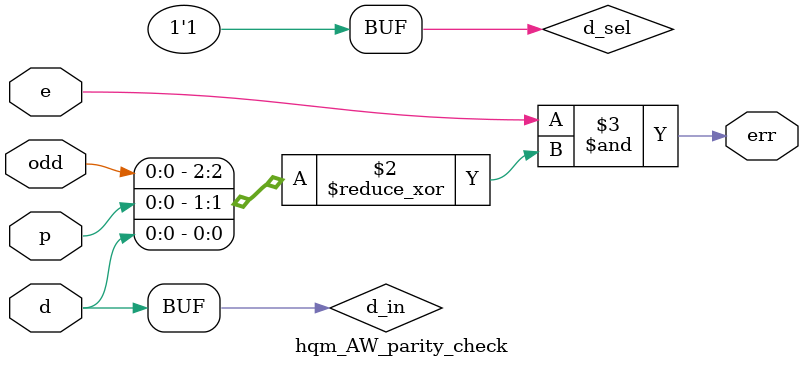
<source format=sv>

module hqm_AW_parity_check
 #(

	 parameter WIDTH	= 1
) (
	 input	logic			p
	,input	logic	[WIDTH-1:0]	d
	,input	logic			e
	,input	logic			odd

	,output	logic			err
);

//-----------------------------------------------------------------------------------------------------

// Go through some contortions to handle Xs in the input data gracefully (for simulation only!)
// if the +NO_PAR_X_CORRECT plusarg is not specified.

logic	[WIDTH-1:0]	d_in;
logic			d_sel;

`ifdef INTEL_INST_ON

 logic	[WIDTH-1:0]	d_x;

 always_comb begin: b_d_x

  for (int i=0; i<WIDTH; i=i+1) begin
  `ifndef INTEL_SVA_OFF
   d_x[i] = ($isunknown(d[i])) ? i[0] : d[i];
  `else
   d_x[i] = d[i];
  `endif
  end
 end

`endif

assign d_sel = 1'b1 
`ifdef INTEL_INST_ON
        & ~$test$plusargs("NO_PAR_X_CORRECT")
`endif
;

always_comb begin
 case (d_sel)
`ifdef INTEL_INST_ON
  1'b1:    d_in = d_x;   
`endif
  default: d_in = d;
 endcase
end

assign err = e & ^{odd,p,d_in};

endmodule // AW_parity_check


</source>
